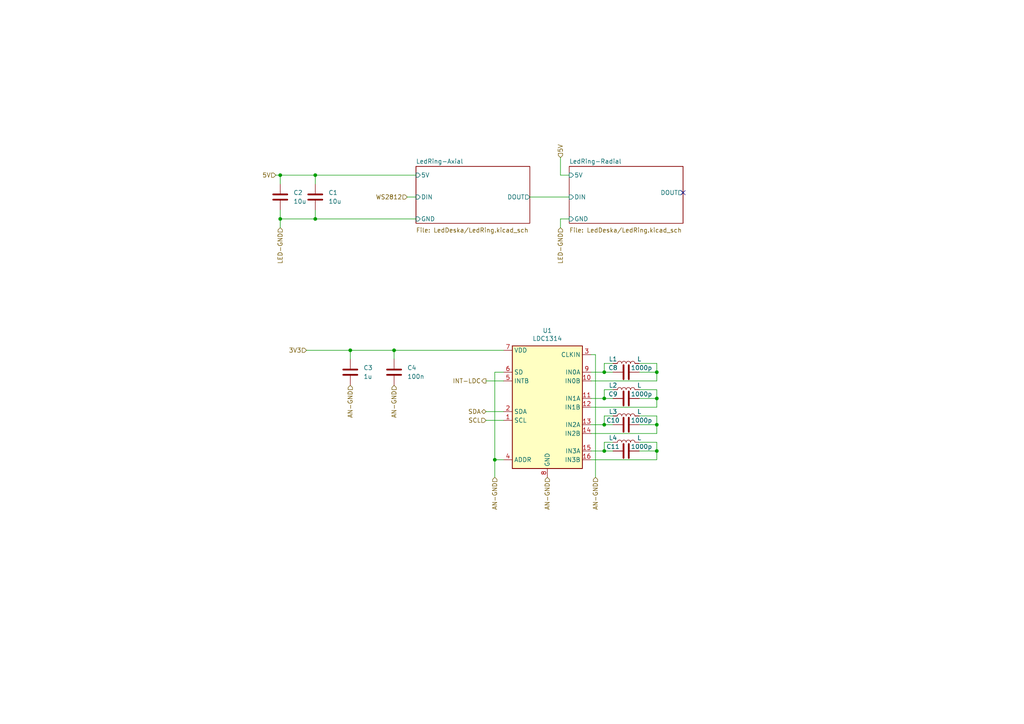
<source format=kicad_sch>
(kicad_sch (version 20230121) (generator eeschema)
  (paper "A4")
  (lib_symbols
    (symbol "B.B-rescue:C-Device-B.B-rescue" (pin_numbers hide) (pin_names (offset 0.254))
      (property "Reference" "C" (at 0.635 2.54 0))
      (property "Value" "C-Device-B.B-rescue" (at 0.635 -2.54 0))
      (symbol "C-Device-B.B-rescue_0_1"
        (polyline (pts (xy -2.032 -0.762) (xy 2.032 -0.762)) (stroke (width 0.508)))
        (polyline (pts (xy -2.032 0.762) (xy 2.032 0.762)) (stroke (width 0.508)))
      )
      (symbol "C-Device-B.B-rescue_1_1"
        (pin passive line (at 0 3.81 270) (length 2.794) (name "~") (number "1"))
        (pin passive line (at 0 -3.81 90) (length 2.794) (name "~") (number "2"))
      )
    )
    (symbol "B.B-rescue:L-Device-B.B-rescue" (pin_numbers hide) (pin_names (offset 1.016) hide)
      (property "Reference" "L" (at -1.27 0 90))
      (property "Value" "L-Device-B.B-rescue" (at 1.905 0 90))
      (symbol "L-Device-B.B-rescue_0_1"
        (arc (start 0 -2.54) (mid 0.6323 -1.905) (end 0 -1.27))
        (arc (start 0 -1.27) (mid 0.6323 -0.635) (end 0 0))
        (arc (start 0 0) (mid 0.6323 0.635) (end 0 1.27))
        (arc (start 0 1.27) (mid 0.6323 1.905) (end 0 2.54))
      )
      (symbol "L-Device-B.B-rescue_1_1"
        (pin passive line (at 0 3.81 270) (length 1.27) (name "1") (number "1"))
        (pin passive line (at 0 -3.81 90) (length 1.27) (name "2") (number "2"))
      )
    )
    (symbol "B.B-rescue:LDC1314-B.B-rescue"
      (property "Reference" "U" (at 0 24.13 0))
      (property "Value" "LDC1314-B.B-rescue" (at 0 21.59 0))
      (symbol "LDC1314-B.B-rescue_0_1"
        (rectangle (start -10.16 -17.78) (end 10.16 17.78) (stroke (width 0.254)) (fill (type background)))
      )
      (symbol "LDC1314-B.B-rescue_1_1"
        (pin input line (at 12.7 -3.81 180) (length 2.54) (name "SCL") (number "1"))
        (pin input line (at -12.7 7.62 0) (length 2.54) (name "IN0B") (number "10"))
        (pin input line (at -12.7 2.54 0) (length 2.54) (name "IN1A") (number "11"))
        (pin input line (at -12.7 0 0) (length 2.54) (name "IN1B") (number "12"))
        (pin input line (at -12.7 -5.08 0) (length 2.54) (name "IN2A") (number "13"))
        (pin input line (at -12.7 -7.62 0) (length 2.54) (name "IN2B") (number "14"))
        (pin input line (at -12.7 -12.7 0) (length 2.54) (name "IN3A") (number "15"))
        (pin input line (at -12.7 -15.24 0) (length 2.54) (name "IN3B") (number "16"))
        (pin passive line (at 0 -20.32 90) (length 2.54) hide (name "GND") (number "17"))
        (pin bidirectional line (at 12.7 -1.27 180) (length 2.54) (name "SDA") (number "2"))
        (pin input line (at -12.7 15.24 0) (length 2.54) (name "CLKIN") (number "3"))
        (pin input line (at 12.7 -15.24 180) (length 2.54) (name "ADDR") (number "4"))
        (pin open_collector line (at 12.7 7.62 180) (length 2.54) (name "INTB") (number "5"))
        (pin input line (at 12.7 10.16 180) (length 2.54) (name "SD") (number "6"))
        (pin power_in line (at 12.7 16.51 180) (length 2.54) (name "VDD") (number "7"))
        (pin power_in line (at 0 -20.32 90) (length 2.54) (name "GND") (number "8"))
        (pin input line (at -12.7 10.16 0) (length 2.54) (name "IN0A") (number "9"))
      )
    )
    (symbol "Device:C" (pin_numbers hide) (pin_names (offset 0.254))
      (property "Reference" "C" (at 0.635 2.54 0))
      (property "Value" "C" (at 0.635 -2.54 0))
      (symbol "C_0_1"
        (polyline (pts (xy -2.032 -0.762) (xy 2.032 -0.762)) (stroke (width 0.508)))
        (polyline (pts (xy -2.032 0.762) (xy 2.032 0.762)) (stroke (width 0.508)))
      )
      (symbol "C_1_1"
        (pin passive line (at 0 3.81 270) (length 2.794) (name "~") (number "1"))
        (pin passive line (at 0 -3.81 90) (length 2.794) (name "~") (number "2"))
      )
    )
  )
  (junction (at 190.5 107.95))
  (junction (at 101.6 101.6))
  (junction (at 175.26 115.57))
  (junction (at 190.5 115.57))
  (junction (at 91.44 50.8))
  (junction (at 175.26 130.81))
  (junction (at 190.5 130.81))
  (junction (at 81.28 63.5))
  (junction (at 175.26 123.19))
  (junction (at 81.28 50.8))
  (junction (at 190.5 123.19))
  (junction (at 143.51 133.35))
  (junction (at 175.26 107.95))
  (junction (at 91.44 63.5))
  (junction (at 114.3 101.6))
  (no_connect (at 198.12 55.88))
  (wire (pts (xy 171.45 115.57) (xy 175.26 115.57)))
  (wire (pts (xy 143.51 138.43) (xy 143.51 133.35)))
  (wire (pts (xy 91.44 63.5) (xy 81.28 63.5)))
  (wire (pts (xy 143.51 107.95) (xy 143.51 133.35)))
  (wire (pts (xy 190.5 123.19) (xy 190.5 125.73)))
  (wire (pts (xy 114.3 104.14) (xy 114.3 101.6)))
  (wire (pts (xy 140.97 110.49) (xy 146.05 110.49)))
  (wire (pts (xy 101.6 104.14) (xy 101.6 101.6)))
  (wire (pts (xy 171.45 133.35) (xy 190.5 133.35)))
  (wire (pts (xy 171.45 123.19) (xy 175.26 123.19)))
  (wire (pts (xy 140.97 119.38) (xy 146.05 119.38)))
  (wire (pts (xy 190.5 113.03) (xy 190.5 115.57)))
  (wire (pts (xy 185.42 113.03) (xy 190.5 113.03)))
  (wire (pts (xy 81.28 50.8) (xy 91.44 50.8)))
  (wire (pts (xy 140.97 121.92) (xy 146.05 121.92)))
  (wire (pts (xy 162.56 63.5) (xy 165.1 63.5)))
  (wire (pts (xy 91.44 63.5) (xy 120.65 63.5)))
  (wire (pts (xy 190.5 120.65) (xy 190.5 123.19)))
  (wire (pts (xy 175.26 123.19) (xy 177.8 123.19)))
  (wire (pts (xy 153.67 57.15) (xy 165.1 57.15)))
  (wire (pts (xy 185.42 120.65) (xy 190.5 120.65)))
  (wire (pts (xy 175.26 128.27) (xy 177.8 128.27)))
  (wire (pts (xy 81.28 63.5) (xy 81.28 66.04)))
  (wire (pts (xy 91.44 50.8) (xy 120.65 50.8)))
  (wire (pts (xy 81.28 53.34) (xy 81.28 50.8)))
  (wire (pts (xy 162.56 66.04) (xy 162.56 63.5)))
  (wire (pts (xy 185.42 105.41) (xy 190.5 105.41)))
  (wire (pts (xy 146.05 107.95) (xy 143.51 107.95)))
  (wire (pts (xy 171.45 125.73) (xy 190.5 125.73)))
  (wire (pts (xy 88.9 101.6) (xy 101.6 101.6)))
  (wire (pts (xy 91.44 53.34) (xy 91.44 50.8)))
  (wire (pts (xy 190.5 115.57) (xy 190.5 118.11)))
  (wire (pts (xy 185.42 130.81) (xy 190.5 130.81)))
  (wire (pts (xy 114.3 101.6) (xy 146.05 101.6)))
  (wire (pts (xy 190.5 105.41) (xy 190.5 107.95)))
  (wire (pts (xy 190.5 107.95) (xy 190.5 110.49)))
  (wire (pts (xy 175.26 115.57) (xy 175.26 113.03)))
  (wire (pts (xy 175.26 120.65) (xy 177.8 120.65)))
  (wire (pts (xy 80.01 50.8) (xy 81.28 50.8)))
  (wire (pts (xy 175.26 130.81) (xy 175.26 128.27)))
  (wire (pts (xy 175.26 107.95) (xy 177.8 107.95)))
  (wire (pts (xy 101.6 101.6) (xy 114.3 101.6)))
  (wire (pts (xy 171.45 107.95) (xy 175.26 107.95)))
  (wire (pts (xy 171.45 118.11) (xy 190.5 118.11)))
  (wire (pts (xy 175.26 105.41) (xy 177.8 105.41)))
  (wire (pts (xy 118.11 57.15) (xy 120.65 57.15)))
  (wire (pts (xy 172.72 102.87) (xy 172.72 138.43)))
  (wire (pts (xy 171.45 102.87) (xy 172.72 102.87)))
  (wire (pts (xy 175.26 115.57) (xy 177.8 115.57)))
  (wire (pts (xy 171.45 110.49) (xy 190.5 110.49)))
  (wire (pts (xy 190.5 130.81) (xy 190.5 133.35)))
  (wire (pts (xy 91.44 60.96) (xy 91.44 63.5)))
  (wire (pts (xy 185.42 123.19) (xy 190.5 123.19)))
  (wire (pts (xy 162.56 45.72) (xy 162.56 50.8)))
  (wire (pts (xy 185.42 128.27) (xy 190.5 128.27)))
  (wire (pts (xy 185.42 107.95) (xy 190.5 107.95)))
  (wire (pts (xy 175.26 107.95) (xy 175.26 105.41)))
  (wire (pts (xy 162.56 50.8) (xy 165.1 50.8)))
  (wire (pts (xy 190.5 128.27) (xy 190.5 130.81)))
  (wire (pts (xy 175.26 113.03) (xy 177.8 113.03)))
  (wire (pts (xy 175.26 130.81) (xy 177.8 130.81)))
  (wire (pts (xy 175.26 123.19) (xy 175.26 120.65)))
  (wire (pts (xy 171.45 130.81) (xy 175.26 130.81)))
  (wire (pts (xy 185.42 115.57) (xy 190.5 115.57)))
  (wire (pts (xy 143.51 133.35) (xy 146.05 133.35)))
  (wire (pts (xy 81.28 60.96) (xy 81.28 63.5)))
  (hierarchical_label "AN-GND" (shape input) (at 114.3 111.76 270))
  (hierarchical_label "AN-GND" (shape input) (at 158.75 138.43 270))
  (hierarchical_label "AN-GND" (shape input) (at 143.51 138.43 270))
  (hierarchical_label "LED-GND" (shape input) (at 81.28 66.04 270))
  (hierarchical_label "5V" (shape input) (at 80.01 50.8 180))
  (hierarchical_label "3V3" (shape input) (at 88.9 101.6 180))
  (hierarchical_label "AN-GND" (shape input) (at 101.6 111.76 270))
  (hierarchical_label "WS2812" (shape input) (at 118.11 57.15 180))
  (hierarchical_label "INT-LDC" (shape output) (at 140.97 110.49 180))
  (hierarchical_label "LED-GND" (shape input) (at 162.56 66.04 270))
  (hierarchical_label "SCL" (shape input) (at 140.97 121.92 180))
  (hierarchical_label "AN-GND" (shape input) (at 172.72 138.43 270))
  (hierarchical_label "5V" (shape input) (at 162.56 45.72 90))
  (hierarchical_label "SDA" (shape bidirectional) (at 140.97 119.38 180))
  (symbol (lib_id "B.B-rescue:L-Device-B.B-rescue") (at 181.61 105.41 270) (mirror x) (unit 1)
    (property "Reference" "L1" (at 177.8 104.14 90))
    (property "Value" "L" (at 185.42 104.14 90))
    (property "Footprint" "BB:coil" (effects hide))
    (instances (project "ZakladniElektronika" (path "" (reference "L1") (unit 1))) (project "LedBoard" (path "" (reference "L?") (unit 1))))
  )
  (symbol (lib_id "Device:C") (at 101.6 107.95 0) (unit 1)
    (property "Reference" "C3" (at 105.41 106.68 0) (effects (justify left)))
    (property "Value" "1u" (at 105.41 109.22 0) (effects (justify left)))
    (property "Footprint" "Capacitor_SMD:C_0402_1005Metric" (effects hide))
    (property "LCSC" "C1518208" (effects hide))
    (property "info" "50V, X7R" (effects hide))
    (property "Basic/Extended" "E" (effects hide))
  )
  (symbol (lib_id "B.B-rescue:C-Device-B.B-rescue") (at 181.61 107.95 270) (unit 1)
    (property "Reference" "C8" (at 177.8 106.68 90))
    (property "Value" "1000p" (at 186.055 106.68 90))
    (property "Footprint" "Capacitor_SMD:C_0402_1005Metric" (effects hide))
    (property "LCSC" "C1523" (effects hide))
    (instances (project "ZakladniElektronika" (path "" (reference "C8") (unit 1))) (project "LedBoard" (path "" (reference "C?") (unit 1))))
  )
  (symbol (lib_id "B.B-rescue:C-Device-B.B-rescue") (at 181.61 115.57 270) (unit 1)
    (property "Reference" "C9" (at 177.8 114.3 90))
    (property "Value" "1000p" (at 186.055 114.3 90))
    (property "Footprint" "Capacitor_SMD:C_0402_1005Metric" (effects hide))
    (property "LCSC" "C1523" (effects hide))
    (instances (project "ZakladniElektronika" (path "" (reference "C9") (unit 1))) (project "LedBoard" (path "" (reference "C?") (unit 1))))
  )
  (symbol (lib_id "B.B-rescue:C-Device-B.B-rescue") (at 181.61 130.81 270) (unit 1)
    (property "Reference" "C11" (at 177.8 129.54 90))
    (property "Value" "1000p" (at 186.055 129.54 90))
    (property "Footprint" "Capacitor_SMD:C_0402_1005Metric" (effects hide))
    (property "LCSC" "C1523" (effects hide))
    (instances (project "ZakladniElektronika" (path "" (reference "C11") (unit 1))) (project "LedBoard" (path "" (reference "C?") (unit 1))))
  )
  (symbol (lib_id "B.B-rescue:LDC1314-B.B-rescue") (at 158.75 118.11 0) (mirror y) (unit 1)
    (property "Reference" "U1" (at 158.75 95.885 0))
    (property "Value" "LDC1314" (at 158.75 98.1964 0))
    (property "Footprint" "Package_DFN_QFN:WQFN-16-1EP_4x4mm_P0.5mm_EP2.6x2.6mm_ThermalVias" (effects hide))
    (property "Datasheet" "http://www.ti.com/lit/ds/symlink/ldc1312.pdf" (effects hide))
    (property "LCSC" "C80399" (effects hide))
    (instances (project "ZakladniElektronika" (path "" (reference "U1") (unit 1))) (project "LedBoard" (path "" (reference "U?") (unit 1))))
  )
  (symbol (lib_id "Device:C") (at 114.3 107.95 0) (unit 1)
    (property "Reference" "C4" (at 118.11 106.68 0) (effects (justify left)))
    (property "Value" "100n" (at 118.11 109.22 0) (effects (justify left)))
    (property "Footprint" "Capacitor_SMD:C_0402_1005Metric" (effects hide))
    (property "LCSC" "C307331" (effects hide))
    (property "info" "50V, X7R" (effects hide))
    (property "Basic/Extended" "B" (effects hide))
  )
  (symbol (lib_id "B.B-rescue:L-Device-B.B-rescue") (at 181.61 120.65 270) (mirror x) (unit 1)
    (property "Reference" "L3" (at 177.8 119.38 90))
    (property "Value" "L" (at 185.42 119.38 90))
    (property "Footprint" "BB:coil" (effects hide))
    (instances (project "ZakladniElektronika" (path "" (reference "L3") (unit 1))) (project "LedBoard" (path "" (reference "L?") (unit 1))))
  )
  (symbol (lib_id "B.B-rescue:L-Device-B.B-rescue") (at 181.61 128.27 270) (mirror x) (unit 1)
    (property "Reference" "L4" (at 177.8 127 90))
    (property "Value" "L" (at 185.42 127 90))
    (property "Footprint" "BB:coil" (effects hide))
    (instances (project "ZakladniElektronika" (path "" (reference "L4") (unit 1))) (project "LedBoard" (path "" (reference "L?") (unit 1))))
  )
  (symbol (lib_id "B.B-rescue:L-Device-B.B-rescue") (at 181.61 113.03 270) (mirror x) (unit 1)
    (property "Reference" "L2" (at 177.8 111.76 90))
    (property "Value" "L" (at 185.42 111.76 90))
    (property "Footprint" "BB:coil" (effects hide))
    (instances (project "ZakladniElektronika" (path "" (reference "L2") (unit 1))) (project "LedBoard" (path "" (reference "L?") (unit 1))))
  )
  (symbol (lib_id "Device:C") (at 91.44 57.15 0) (unit 1)
    (property "Reference" "C1" (at 95.25 55.88 0) (effects (justify left)))
    (property "Value" "10u" (at 95.25 58.42 0) (effects (justify left)))
    (property "Footprint" "Capacitor_SMD:C_0805_2012Metric" (effects hide))
    (property "LCSC" "C15850" (effects hide))
  )
  (symbol (lib_id "B.B-rescue:C-Device-B.B-rescue") (at 181.61 123.19 270) (unit 1)
    (property "Reference" "C10" (at 177.8 121.92 90))
    (property "Value" "1000p" (at 186.055 121.92 90))
    (property "Footprint" "Capacitor_SMD:C_0402_1005Metric" (effects hide))
    (property "LCSC" "C1523" (effects hide))
    (instances (project "ZakladniElektronika" (path "" (reference "C10") (unit 1))) (project "LedBoard" (path "" (reference "C?") (unit 1))))
  )
  (symbol (lib_id "Device:C") (at 81.28 57.15 0) (unit 1)
    (property "Reference" "C2" (at 85.09 55.88 0) (effects (justify left)))
    (property "Value" "10u" (at 85.09 58.42 0) (effects (justify left)))
    (property "Footprint" "Capacitor_SMD:C_0805_2012Metric" (effects hide))
    (property "LCSC" "C15850" (effects hide))
  )
  (sheet (at 165.1 48.26) (size 33.02 16.51) (stroke (width 0.1524))
    (property "Sheetname" "LedRing-Radial" (at 165.1 47.5484 0) (effects (justify left bottom)))
    (property "Sheetfile" "LedDeska/LedRing.kicad_sch" (at 165.1 66.04 0) (effects (justify left top)))
    (pin "GND" input (at 165.1 63.5 180))
    (pin "DOUT" output (at 198.12 55.88 0))
    (pin "5V" input (at 165.1 50.8 180))
    (pin "DIN" input (at 165.1 57.15 180))
  )
  (sheet (at 120.65 48.26) (size 33.02 16.51) (stroke (width 0.1524))
    (property "Sheetname" "LedRing-Axial" (at 120.65 47.5484 0) (effects (justify left bottom)))
    (property "Sheetfile" "LedDeska/LedRing.kicad_sch" (at 120.65 66.04 0) (effects (justify left top)))
    (pin "GND" input (at 120.65 63.5 180))
    (pin "DOUT" output (at 153.67 57.15 0))
    (pin "5V" input (at 120.65 50.8 180))
    (pin "DIN" input (at 120.65 57.15 180))
  )
)
</source>
